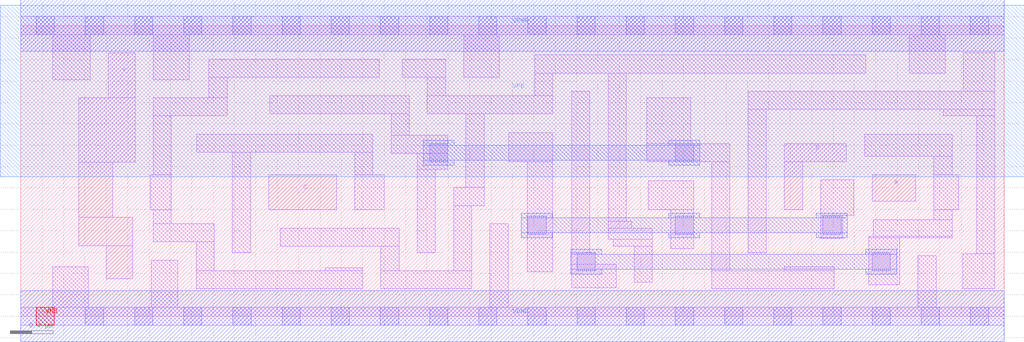
<source format=lef>
# Copyright 2020 The SkyWater PDK Authors
#
# Licensed under the Apache License, Version 2.0 (the "License");
# you may not use this file except in compliance with the License.
# You may obtain a copy of the License at
#
#     https://www.apache.org/licenses/LICENSE-2.0
#
# Unless required by applicable law or agreed to in writing, software
# distributed under the License is distributed on an "AS IS" BASIS,
# WITHOUT WARRANTIES OR CONDITIONS OF ANY KIND, either express or implied.
# See the License for the specific language governing permissions and
# limitations under the License.
#
# SPDX-License-Identifier: Apache-2.0

VERSION 5.7 ;
  NOWIREEXTENSIONATPIN ON ;
  DIVIDERCHAR "/" ;
  BUSBITCHARS "[]" ;
MACRO sky130_fd_sc_hd__xor3_2
  CLASS CORE ;
  FOREIGN sky130_fd_sc_hd__xor3_2 ;
  ORIGIN  0.000000  0.000000 ;
  SIZE  9.200000 BY  2.720000 ;
  SYMMETRY X Y R90 ;
  SITE unithd ;
  PIN A
    ANTENNAGATEAREA  0.246000 ;
    DIRECTION INPUT ;
    USE SIGNAL ;
    PORT
      LAYER li1 ;
        RECT 7.965000 1.075000 8.375000 1.325000 ;
    END
  END A
  PIN B
    ANTENNAGATEAREA  0.661500 ;
    DIRECTION INPUT ;
    USE SIGNAL ;
    PORT
      LAYER li1 ;
        RECT 7.145000 0.995000 7.315000 1.445000 ;
        RECT 7.145000 1.445000 7.725000 1.615000 ;
    END
  END B
  PIN C
    ANTENNAGATEAREA  0.381000 ;
    DIRECTION INPUT ;
    USE SIGNAL ;
    PORT
      LAYER li1 ;
        RECT 2.320000 0.995000 2.955000 1.325000 ;
    END
  END C
  PIN X
    ANTENNADIFFAREA  0.445500 ;
    DIRECTION OUTPUT ;
    USE SIGNAL ;
    PORT
      LAYER li1 ;
        RECT 0.545000 0.660000 1.050000 0.925000 ;
        RECT 0.545000 0.925000 0.860000 1.440000 ;
        RECT 0.545000 1.440000 1.070000 2.045000 ;
        RECT 0.800000 0.350000 1.050000 0.660000 ;
        RECT 0.820000 2.045000 1.070000 2.465000 ;
    END
  END X
  PIN VGND
    DIRECTION INOUT ;
    SHAPE ABUTMENT ;
    USE GROUND ;
    PORT
      LAYER met1 ;
        RECT 0.000000 -0.240000 9.200000 0.240000 ;
    END
  END VGND
  PIN VNB
    DIRECTION INOUT ;
    USE GROUND ;
    PORT
      LAYER pwell ;
        RECT 0.145000 -0.085000 0.315000 0.085000 ;
    END
  END VNB
  PIN VPB
    DIRECTION INOUT ;
    USE POWER ;
    PORT
      LAYER nwell ;
        RECT -0.190000 1.305000 9.390000 2.910000 ;
    END
  END VPB
  PIN VPWR
    DIRECTION INOUT ;
    SHAPE ABUTMENT ;
    USE POWER ;
    PORT
      LAYER met1 ;
        RECT 0.000000 2.480000 9.200000 2.960000 ;
    END
  END VPWR
  OBS
    LAYER li1 ;
      RECT 0.000000 -0.085000 9.200000 0.085000 ;
      RECT 0.000000  2.635000 9.200000 2.805000 ;
      RECT 0.300000  0.085000 0.630000 0.465000 ;
      RECT 0.300000  2.215000 0.650000 2.635000 ;
      RECT 1.210000  0.995000 1.410000 1.325000 ;
      RECT 1.220000  0.085000 1.470000 0.525000 ;
      RECT 1.240000  0.695000 1.810000 0.865000 ;
      RECT 1.240000  0.865000 1.410000 0.995000 ;
      RECT 1.240000  1.325000 1.410000 1.875000 ;
      RECT 1.240000  1.875000 1.930000 2.045000 ;
      RECT 1.240000  2.215000 1.575000 2.635000 ;
      RECT 1.640000  0.255000 3.200000 0.425000 ;
      RECT 1.640000  0.425000 1.810000 0.695000 ;
      RECT 1.645000  1.535000 3.295000 1.705000 ;
      RECT 1.760000  2.045000 1.930000 2.235000 ;
      RECT 1.760000  2.235000 3.355000 2.405000 ;
      RECT 1.980000  0.595000 2.150000 1.535000 ;
      RECT 2.330000  1.895000 3.635000 2.065000 ;
      RECT 2.430000  0.655000 3.540000 0.825000 ;
      RECT 2.850000  0.425000 3.200000 0.455000 ;
      RECT 3.125000  0.995000 3.400000 1.325000 ;
      RECT 3.125000  1.325000 3.295000 1.535000 ;
      RECT 3.370000  0.255000 4.220000 0.425000 ;
      RECT 3.370000  0.425000 3.540000 0.655000 ;
      RECT 3.465000  1.525000 3.995000 1.695000 ;
      RECT 3.465000  1.695000 3.635000 1.895000 ;
      RECT 3.570000  2.235000 3.975000 2.405000 ;
      RECT 3.710000  0.595000 3.880000 1.375000 ;
      RECT 3.710000  1.375000 3.995000 1.525000 ;
      RECT 3.805000  1.895000 4.980000 2.065000 ;
      RECT 3.805000  2.065000 3.975000 2.235000 ;
      RECT 4.050000  0.425000 4.220000 1.035000 ;
      RECT 4.050000  1.035000 4.335000 1.205000 ;
      RECT 4.145000  2.235000 4.475000 2.635000 ;
      RECT 4.165000  1.205000 4.335000 1.895000 ;
      RECT 4.390000  0.085000 4.560000 0.865000 ;
      RECT 4.565000  1.445000 4.980000 1.715000 ;
      RECT 4.740000  0.415000 4.980000 1.445000 ;
      RECT 4.810000  2.065000 4.980000 2.275000 ;
      RECT 4.810000  2.275000 7.905000 2.445000 ;
      RECT 5.155000  0.265000 5.570000 0.485000 ;
      RECT 5.155000  0.485000 5.375000 0.595000 ;
      RECT 5.155000  0.595000 5.325000 2.105000 ;
      RECT 5.495000  0.720000 5.910000 0.825000 ;
      RECT 5.495000  0.825000 5.715000 0.890000 ;
      RECT 5.495000  0.890000 5.665000 2.275000 ;
      RECT 5.545000  0.655000 5.910000 0.720000 ;
      RECT 5.740000  0.320000 5.910000 0.655000 ;
      RECT 5.855000  1.445000 6.635000 1.615000 ;
      RECT 5.855000  1.615000 6.270000 2.045000 ;
      RECT 5.870000  0.995000 6.295000 1.270000 ;
      RECT 6.080000  0.630000 6.295000 0.995000 ;
      RECT 6.465000  0.255000 7.610000 0.425000 ;
      RECT 6.465000  0.425000 6.635000 1.445000 ;
      RECT 6.805000  0.595000 6.975000 1.935000 ;
      RECT 6.805000  1.935000 9.115000 2.105000 ;
      RECT 7.145000  0.425000 7.610000 0.465000 ;
      RECT 7.485000  0.730000 7.690000 0.945000 ;
      RECT 7.485000  0.945000 7.795000 1.275000 ;
      RECT 7.895000  1.495000 8.715000 1.705000 ;
      RECT 7.935000  0.295000 8.225000 0.735000 ;
      RECT 7.935000  0.735000 8.715000 0.750000 ;
      RECT 7.975000  0.750000 8.715000 0.905000 ;
      RECT 8.315000  2.275000 8.650000 2.635000 ;
      RECT 8.395000  0.085000 8.565000 0.565000 ;
      RECT 8.545000  0.905000 8.715000 0.995000 ;
      RECT 8.545000  0.995000 8.775000 1.325000 ;
      RECT 8.545000  1.325000 8.715000 1.495000 ;
      RECT 8.630000  1.875000 9.115000 1.935000 ;
      RECT 8.815000  0.255000 9.115000 0.585000 ;
      RECT 8.820000  2.105000 9.115000 2.465000 ;
      RECT 8.945000  0.585000 9.115000 1.875000 ;
    LAYER mcon ;
      RECT 0.145000 -0.085000 0.315000 0.085000 ;
      RECT 0.145000  2.635000 0.315000 2.805000 ;
      RECT 0.605000 -0.085000 0.775000 0.085000 ;
      RECT 0.605000  2.635000 0.775000 2.805000 ;
      RECT 1.065000 -0.085000 1.235000 0.085000 ;
      RECT 1.065000  2.635000 1.235000 2.805000 ;
      RECT 1.525000 -0.085000 1.695000 0.085000 ;
      RECT 1.525000  2.635000 1.695000 2.805000 ;
      RECT 1.985000 -0.085000 2.155000 0.085000 ;
      RECT 1.985000  2.635000 2.155000 2.805000 ;
      RECT 2.445000 -0.085000 2.615000 0.085000 ;
      RECT 2.445000  2.635000 2.615000 2.805000 ;
      RECT 2.905000 -0.085000 3.075000 0.085000 ;
      RECT 2.905000  2.635000 3.075000 2.805000 ;
      RECT 3.365000 -0.085000 3.535000 0.085000 ;
      RECT 3.365000  2.635000 3.535000 2.805000 ;
      RECT 3.825000 -0.085000 3.995000 0.085000 ;
      RECT 3.825000  1.445000 3.995000 1.615000 ;
      RECT 3.825000  2.635000 3.995000 2.805000 ;
      RECT 4.285000 -0.085000 4.455000 0.085000 ;
      RECT 4.285000  2.635000 4.455000 2.805000 ;
      RECT 4.745000 -0.085000 4.915000 0.085000 ;
      RECT 4.745000  0.765000 4.915000 0.935000 ;
      RECT 4.745000  2.635000 4.915000 2.805000 ;
      RECT 5.205000 -0.085000 5.375000 0.085000 ;
      RECT 5.205000  0.425000 5.375000 0.595000 ;
      RECT 5.205000  2.635000 5.375000 2.805000 ;
      RECT 5.665000 -0.085000 5.835000 0.085000 ;
      RECT 5.665000  2.635000 5.835000 2.805000 ;
      RECT 6.125000 -0.085000 6.295000 0.085000 ;
      RECT 6.125000  0.765000 6.295000 0.935000 ;
      RECT 6.125000  1.445000 6.295000 1.615000 ;
      RECT 6.125000  2.635000 6.295000 2.805000 ;
      RECT 6.585000 -0.085000 6.755000 0.085000 ;
      RECT 6.585000  2.635000 6.755000 2.805000 ;
      RECT 7.045000 -0.085000 7.215000 0.085000 ;
      RECT 7.045000  2.635000 7.215000 2.805000 ;
      RECT 7.505000 -0.085000 7.675000 0.085000 ;
      RECT 7.505000  0.765000 7.675000 0.935000 ;
      RECT 7.505000  2.635000 7.675000 2.805000 ;
      RECT 7.965000 -0.085000 8.135000 0.085000 ;
      RECT 7.965000  0.425000 8.135000 0.595000 ;
      RECT 7.965000  2.635000 8.135000 2.805000 ;
      RECT 8.425000 -0.085000 8.595000 0.085000 ;
      RECT 8.425000  2.635000 8.595000 2.805000 ;
      RECT 8.885000 -0.085000 9.055000 0.085000 ;
      RECT 8.885000  2.635000 9.055000 2.805000 ;
    LAYER met1 ;
      RECT 3.765000 1.415000 4.055000 1.460000 ;
      RECT 3.765000 1.460000 6.355000 1.600000 ;
      RECT 3.765000 1.600000 4.055000 1.645000 ;
      RECT 4.685000 0.735000 4.975000 0.780000 ;
      RECT 4.685000 0.780000 7.735000 0.920000 ;
      RECT 4.685000 0.920000 4.975000 0.965000 ;
      RECT 5.145000 0.395000 5.435000 0.440000 ;
      RECT 5.145000 0.440000 8.195000 0.580000 ;
      RECT 5.145000 0.580000 5.435000 0.625000 ;
      RECT 6.065000 0.735000 6.355000 0.780000 ;
      RECT 6.065000 0.920000 6.355000 0.965000 ;
      RECT 6.065000 1.415000 6.355000 1.460000 ;
      RECT 6.065000 1.600000 6.355000 1.645000 ;
      RECT 7.445000 0.735000 7.735000 0.780000 ;
      RECT 7.445000 0.920000 7.735000 0.965000 ;
      RECT 7.905000 0.395000 8.195000 0.440000 ;
      RECT 7.905000 0.580000 8.195000 0.625000 ;
  END
END sky130_fd_sc_hd__xor3_2
END LIBRARY

</source>
